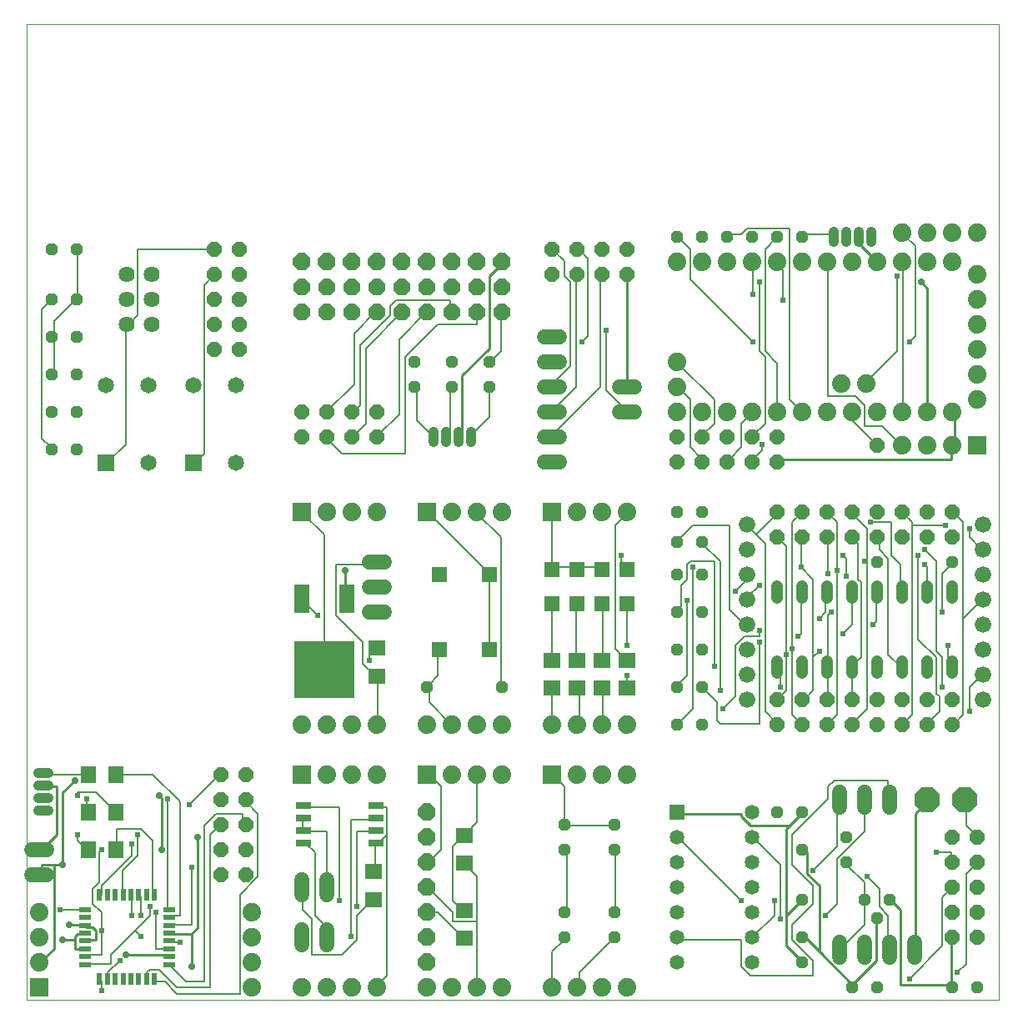
<source format=gtl>
G75*
%MOIN*%
%OFA0B0*%
%FSLAX24Y24*%
%IPPOS*%
%LPD*%
%AMOC8*
5,1,8,0,0,1.08239X$1,22.5*
%
%ADD10C,0.0000*%
%ADD11R,0.0500X0.0220*%
%ADD12R,0.0220X0.0500*%
%ADD13OC8,0.0600*%
%ADD14C,0.0600*%
%ADD15R,0.0650X0.0650*%
%ADD16C,0.0650*%
%ADD17OC8,0.0480*%
%ADD18R,0.0585X0.0585*%
%ADD19C,0.0585*%
%ADD20OC8,0.1000*%
%ADD21C,0.0740*%
%ADD22R,0.0630X0.0250*%
%ADD23C,0.0640*%
%ADD24R,0.0709X0.0630*%
%ADD25OC8,0.0700*%
%ADD26OC8,0.0660*%
%ADD27C,0.0413*%
%ADD28C,0.0660*%
%ADD29C,0.0480*%
%ADD30R,0.0591X0.0591*%
%ADD31R,0.0630X0.0709*%
%ADD32R,0.0630X0.1181*%
%ADD33R,0.2441X0.2283*%
%ADD34R,0.0710X0.0630*%
%ADD35R,0.0740X0.0740*%
%ADD36C,0.0100*%
%ADD37C,0.0280*%
%ADD38C,0.0080*%
%ADD39C,0.0240*%
D10*
X000535Y000450D02*
X000535Y039446D01*
X039405Y039446D01*
X039405Y000450D01*
X000535Y000450D01*
D11*
X002845Y001848D03*
X002845Y002163D03*
X002845Y002478D03*
X002845Y002793D03*
X002845Y003107D03*
X002845Y003422D03*
X002845Y003737D03*
X002845Y004052D03*
X006225Y004052D03*
X006225Y003737D03*
X006225Y003422D03*
X006225Y003107D03*
X006225Y002793D03*
X006225Y002478D03*
X006225Y002163D03*
X006225Y001848D03*
D12*
X005637Y001260D03*
X005322Y001260D03*
X005008Y001260D03*
X004693Y001260D03*
X004378Y001260D03*
X004063Y001260D03*
X003748Y001260D03*
X003433Y001260D03*
X003433Y004640D03*
X003748Y004640D03*
X004063Y004640D03*
X004378Y004640D03*
X004693Y004640D03*
X005008Y004640D03*
X005322Y004640D03*
X005637Y004640D03*
D13*
X008285Y005450D03*
X008285Y006450D03*
X008285Y007450D03*
X008285Y008450D03*
X008285Y009450D03*
X009285Y009450D03*
X009285Y008450D03*
X009285Y007450D03*
X009285Y006450D03*
X009285Y005450D03*
X026535Y021950D03*
X027535Y021950D03*
X027535Y022950D03*
X026535Y022950D03*
X028535Y022950D03*
X029535Y022950D03*
X029535Y021950D03*
X028535Y021950D03*
X030535Y021950D03*
X030535Y022950D03*
X030535Y019950D03*
X031535Y019950D03*
X031535Y018950D03*
X030535Y018950D03*
X032535Y018950D03*
X033535Y018950D03*
X033535Y019950D03*
X032535Y019950D03*
X034535Y019950D03*
X035535Y019950D03*
X035535Y018950D03*
X034535Y018950D03*
X036535Y018950D03*
X037535Y018950D03*
X037535Y019950D03*
X036535Y019950D03*
X034535Y022600D03*
X024535Y029450D03*
X024535Y030450D03*
X023535Y030450D03*
X022535Y030450D03*
X022535Y029450D03*
X023535Y029450D03*
X021535Y029450D03*
X021535Y030450D03*
X014535Y023950D03*
X014535Y022950D03*
X013535Y022950D03*
X012535Y022950D03*
X012535Y023950D03*
X013535Y023950D03*
X011535Y023950D03*
X011535Y022950D03*
X009035Y026450D03*
X008035Y026450D03*
X008035Y027450D03*
X008035Y028450D03*
X009035Y028450D03*
X009035Y027450D03*
X009035Y029450D03*
X008035Y029450D03*
X008035Y030450D03*
X009035Y030450D03*
X030535Y012450D03*
X031535Y012450D03*
X031535Y011450D03*
X030535Y011450D03*
X032535Y011450D03*
X033535Y011450D03*
X033535Y012450D03*
X032535Y012450D03*
X034535Y012450D03*
X035535Y012450D03*
X035535Y011450D03*
X034535Y011450D03*
X036535Y011450D03*
X037535Y011450D03*
X037535Y012450D03*
X036535Y012450D03*
X037535Y006950D03*
X037535Y005950D03*
X037535Y004950D03*
X037535Y003950D03*
X037535Y002950D03*
X038535Y002950D03*
X038535Y003950D03*
X038535Y004950D03*
X038535Y005950D03*
X038535Y006950D03*
D14*
X035035Y008150D02*
X035035Y008750D01*
X034035Y008750D02*
X034035Y008150D01*
X033035Y008150D02*
X033035Y008750D01*
X033035Y002750D02*
X033035Y002150D01*
X034035Y002150D02*
X034035Y002750D01*
X035035Y002750D02*
X035035Y002150D01*
X036035Y002150D02*
X036035Y002750D01*
X021835Y021950D02*
X021235Y021950D01*
X021235Y022950D02*
X021835Y022950D01*
X021835Y023950D02*
X021235Y023950D01*
X021235Y024950D02*
X021835Y024950D01*
X021835Y025950D02*
X021235Y025950D01*
X021235Y026950D02*
X021835Y026950D01*
X024235Y024950D02*
X024835Y024950D01*
X024835Y023950D02*
X024235Y023950D01*
X014835Y017950D02*
X014235Y017950D01*
X014235Y016950D02*
X014835Y016950D01*
X014835Y015950D02*
X014235Y015950D01*
X012535Y005250D02*
X012535Y004650D01*
X011535Y004650D02*
X011535Y005250D01*
X011535Y003250D02*
X011535Y002650D01*
X012535Y002650D02*
X012535Y003250D01*
X001335Y005450D02*
X000735Y005450D01*
X000735Y006450D02*
X001335Y006450D01*
D15*
X003685Y021900D03*
X007185Y021900D03*
D16*
X005385Y021900D03*
X005385Y025000D03*
X003685Y025000D03*
X007185Y025000D03*
X008885Y025000D03*
X008885Y021900D03*
D17*
X002535Y022450D03*
X001535Y022450D03*
X001535Y023950D03*
X002535Y023950D03*
X002535Y025450D03*
X001535Y025450D03*
X001535Y026950D03*
X002535Y026950D03*
X002535Y028450D03*
X001535Y028450D03*
X001535Y030450D03*
X002535Y030450D03*
X016035Y025950D03*
X016035Y024950D03*
X017535Y024950D03*
X017535Y025950D03*
X019035Y025950D03*
X019035Y024950D03*
X026535Y019950D03*
X027535Y019950D03*
X027535Y018750D03*
X026535Y018750D03*
X026535Y017450D03*
X027535Y017450D03*
X027535Y015950D03*
X026535Y015950D03*
X026535Y014450D03*
X027535Y014450D03*
X027535Y012950D03*
X026535Y012950D03*
X026535Y011450D03*
X027535Y011450D03*
X030535Y007950D03*
X031535Y007950D03*
X031535Y006450D03*
X033285Y005950D03*
X033285Y006950D03*
X034035Y004450D03*
X034535Y003700D03*
X035035Y004450D03*
X031535Y004450D03*
X031535Y002950D03*
X031535Y001950D03*
X033535Y000950D03*
X034535Y000950D03*
X037535Y000950D03*
X038535Y000950D03*
X024035Y002950D03*
X024035Y003950D03*
X022035Y003950D03*
X022035Y002950D03*
X022035Y006450D03*
X022035Y007450D03*
X024035Y007450D03*
X024035Y006450D03*
X019535Y012950D03*
X016535Y012950D03*
X034535Y017950D03*
X037535Y017950D03*
X031535Y030950D03*
X030535Y030950D03*
X029535Y030950D03*
X028535Y030950D03*
X027535Y030950D03*
X026535Y030950D03*
D18*
X026535Y007950D03*
D19*
X026535Y006950D03*
X026535Y005950D03*
X026535Y004950D03*
X026535Y003950D03*
X026535Y002950D03*
X026535Y001950D03*
X029535Y001950D03*
X029535Y002950D03*
X029535Y003950D03*
X029535Y004950D03*
X029535Y005950D03*
X029535Y006950D03*
X029535Y007950D03*
D20*
X036535Y008450D03*
X038035Y008450D03*
D21*
X024535Y009450D03*
X023535Y009450D03*
X022535Y009450D03*
X022535Y011450D03*
X023535Y011450D03*
X024535Y011450D03*
X021535Y011450D03*
X019535Y011450D03*
X018535Y011450D03*
X017535Y011450D03*
X016535Y011450D03*
X014535Y011450D03*
X013535Y011450D03*
X012535Y011450D03*
X011535Y011450D03*
X012535Y009450D03*
X013535Y009450D03*
X014535Y009450D03*
X017535Y009450D03*
X018535Y009450D03*
X019535Y009450D03*
X019535Y000950D03*
X018535Y000950D03*
X017535Y000950D03*
X016535Y000950D03*
X014535Y000950D03*
X013535Y000950D03*
X012535Y000950D03*
X011535Y000950D03*
X009535Y000950D03*
X009535Y001950D03*
X009535Y002950D03*
X009535Y003950D03*
X001035Y003950D03*
X001035Y002950D03*
X001035Y001950D03*
X012535Y019950D03*
X013535Y019950D03*
X014535Y019950D03*
X017535Y019950D03*
X018535Y019950D03*
X019535Y019950D03*
X022535Y019950D03*
X023535Y019950D03*
X024535Y019950D03*
X026535Y023950D03*
X027535Y023950D03*
X028535Y023950D03*
X029535Y023950D03*
X030535Y023950D03*
X031535Y023950D03*
X032535Y023950D03*
X033535Y023950D03*
X034535Y023950D03*
X035535Y023950D03*
X036535Y023950D03*
X037535Y023950D03*
X038535Y024450D03*
X038535Y025450D03*
X038535Y026450D03*
X038535Y027450D03*
X038535Y028450D03*
X038535Y029450D03*
X037535Y029950D03*
X036535Y029950D03*
X035535Y029950D03*
X034535Y029950D03*
X033535Y029950D03*
X032535Y029950D03*
X031535Y029950D03*
X030535Y029950D03*
X029535Y029950D03*
X028535Y029950D03*
X027535Y029950D03*
X026535Y029950D03*
X026535Y025950D03*
X026535Y024950D03*
X033098Y025075D03*
X034098Y025075D03*
X035535Y022600D03*
X036535Y022600D03*
X037535Y022600D03*
X037535Y031100D03*
X036535Y031100D03*
X035535Y031100D03*
X038535Y031100D03*
X024535Y000950D03*
X023535Y000950D03*
X022535Y000950D03*
X021535Y000950D03*
D22*
X014485Y006700D03*
X014485Y007200D03*
X014485Y007700D03*
X014485Y008200D03*
X011585Y008200D03*
X011585Y007700D03*
X011585Y007200D03*
X011585Y006700D03*
D23*
X005535Y027450D03*
X004535Y027450D03*
X004535Y028450D03*
X005535Y028450D03*
X005535Y029450D03*
X004535Y029450D03*
D24*
X021535Y014001D03*
X022535Y014001D03*
X023535Y014001D03*
X024535Y014001D03*
X024535Y012899D03*
X023535Y012899D03*
X022535Y012899D03*
X021535Y012899D03*
X018035Y007001D03*
X018035Y005899D03*
X018035Y004001D03*
X018035Y002899D03*
D25*
X016535Y002950D03*
X016535Y003950D03*
X016535Y004950D03*
X016535Y005950D03*
X016535Y006950D03*
X016535Y007950D03*
X016535Y001950D03*
X016535Y000950D03*
X016535Y029950D03*
X017535Y029950D03*
X018535Y029950D03*
X019535Y029950D03*
X015535Y029950D03*
X014535Y029950D03*
X013535Y029950D03*
X012535Y029950D03*
X011535Y029950D03*
D26*
X011535Y028950D03*
X011535Y027950D03*
X012535Y027950D03*
X013535Y027950D03*
X013535Y028950D03*
X012535Y028950D03*
X014535Y028950D03*
X015535Y028950D03*
X015535Y027950D03*
X014535Y027950D03*
X016535Y027950D03*
X017535Y027950D03*
X017535Y028950D03*
X016535Y028950D03*
X018535Y028950D03*
X019535Y028950D03*
X019535Y027950D03*
X018535Y027950D03*
D27*
X018285Y023157D02*
X018285Y022743D01*
X017785Y022743D02*
X017785Y023157D01*
X017285Y023157D02*
X017285Y022743D01*
X016785Y022743D02*
X016785Y023157D01*
X001392Y009500D02*
X000978Y009500D01*
X000978Y009000D02*
X001392Y009000D01*
X001392Y008500D02*
X000978Y008500D01*
X000978Y008000D02*
X001392Y008000D01*
X032785Y030743D02*
X032785Y031157D01*
X033285Y031157D02*
X033285Y030743D01*
X033785Y030743D02*
X033785Y031157D01*
X034285Y031157D02*
X034285Y030743D01*
D28*
X038759Y019450D03*
X038759Y018450D03*
X038759Y017450D03*
X038759Y016450D03*
X038759Y015450D03*
X038759Y014450D03*
X038759Y013450D03*
X038759Y012450D03*
X029311Y012450D03*
X029311Y013450D03*
X029311Y014450D03*
X029311Y015450D03*
X029311Y016450D03*
X029311Y017450D03*
X029311Y018450D03*
X029311Y019450D03*
D29*
X030535Y016990D02*
X030535Y016510D01*
X031535Y016510D02*
X031535Y016990D01*
X032535Y016990D02*
X032535Y016510D01*
X033535Y016510D02*
X033535Y016990D01*
X034535Y016990D02*
X034535Y016510D01*
X035535Y016510D02*
X035535Y016990D01*
X036535Y016990D02*
X036535Y016510D01*
X037535Y016510D02*
X037535Y016990D01*
X037535Y013990D02*
X037535Y013510D01*
X036535Y013510D02*
X036535Y013990D01*
X035535Y013990D02*
X035535Y013510D01*
X034535Y013510D02*
X034535Y013990D01*
X033535Y013990D02*
X033535Y013510D01*
X032535Y013510D02*
X032535Y013990D01*
X031535Y013990D02*
X031535Y013510D01*
X030535Y013510D02*
X030535Y013990D01*
D30*
X024535Y016261D03*
X023535Y016261D03*
X022535Y016261D03*
X021535Y016261D03*
X021535Y017639D03*
X022535Y017639D03*
X023535Y017639D03*
X024535Y017639D03*
X019035Y017450D03*
X017035Y017450D03*
X017035Y014450D03*
X019035Y014450D03*
D31*
X004086Y009450D03*
X002984Y009450D03*
X002984Y007950D03*
X004086Y007950D03*
X004086Y006450D03*
X002984Y006450D03*
D32*
X011535Y016477D03*
X013335Y016477D03*
D33*
X012435Y013650D03*
D34*
X014535Y013390D03*
X014535Y014510D03*
X014385Y005560D03*
X014385Y004440D03*
D35*
X016535Y009450D03*
X021535Y009450D03*
X011535Y009450D03*
X001035Y000950D03*
X011535Y019950D03*
X016535Y019950D03*
X021535Y019950D03*
X038535Y022600D03*
D36*
X037615Y022650D02*
X037535Y022600D01*
X037495Y022530D01*
X037495Y022050D01*
X030535Y022050D01*
X030535Y021950D01*
X036535Y023950D02*
X036535Y028890D01*
X036295Y029130D01*
X034535Y029950D02*
X034495Y029970D01*
X033895Y030570D01*
X033895Y030930D01*
X033785Y030950D01*
X037535Y023950D02*
X037615Y023850D01*
X037615Y022650D01*
X024535Y024950D02*
X024535Y029450D01*
X019535Y029950D02*
X019495Y029850D01*
X019015Y029370D01*
X019015Y026490D01*
X017935Y025410D01*
X017935Y023130D01*
X017815Y023010D01*
X017785Y022950D01*
X013255Y017610D02*
X013255Y016530D01*
X013335Y016477D01*
X005815Y008610D02*
X005935Y008490D01*
X005935Y006450D01*
X007375Y006930D02*
X007375Y003330D01*
X007135Y003090D01*
X007135Y001770D01*
X006225Y002163D02*
X006175Y002250D01*
X004495Y002250D01*
X003295Y002850D02*
X003295Y003210D01*
X003175Y003330D01*
X002935Y003330D01*
X002845Y003422D01*
X002815Y003450D01*
X002215Y003450D01*
X002575Y003090D02*
X002815Y003090D01*
X002845Y003107D01*
X002575Y003090D02*
X002455Y002970D01*
X002455Y002850D01*
X001975Y002850D01*
X001615Y002490D02*
X001615Y005850D01*
X001975Y005850D01*
X001975Y008730D01*
X002455Y009210D01*
X001735Y008970D02*
X001735Y007050D01*
X001135Y006450D01*
X001035Y006450D01*
X001135Y005850D02*
X001135Y005490D01*
X001035Y005450D01*
X001135Y005850D02*
X001615Y005850D01*
X002455Y002850D02*
X002455Y002490D01*
X002815Y002490D01*
X002845Y002478D01*
X002845Y002793D02*
X002935Y002850D01*
X003295Y002850D01*
X001615Y002490D02*
X001135Y002010D01*
X001035Y001950D01*
X001035Y000950D02*
X001135Y000930D01*
X006225Y003107D02*
X006295Y003090D01*
X007135Y003090D01*
X001735Y008970D02*
X001255Y008970D01*
X001185Y009000D01*
X026535Y007950D02*
X026575Y007890D01*
X029095Y007890D01*
X029095Y007770D01*
X029455Y007410D01*
X031015Y007410D01*
X031495Y007890D01*
X031535Y007950D01*
X031015Y007410D02*
X030895Y007290D01*
X030895Y003810D01*
X031535Y004450D01*
X032215Y005010D02*
X031735Y005490D01*
X031735Y006330D01*
X031615Y006450D01*
X031535Y006450D01*
X032215Y005010D02*
X032215Y002370D01*
X033535Y001050D01*
X033535Y000950D01*
X033535Y001050D02*
X034495Y002010D01*
X034495Y003690D01*
X034535Y003700D01*
X035035Y004450D02*
X035095Y004410D01*
X035455Y004050D01*
X035455Y001050D01*
X037495Y001050D01*
X037535Y000950D01*
X037495Y001050D02*
X037495Y002850D01*
X037535Y002950D01*
X036055Y002490D02*
X036035Y002450D01*
X036055Y002490D02*
X036055Y007890D01*
X036535Y008370D01*
X036535Y008450D01*
X030895Y003810D02*
X030895Y002610D01*
X031495Y002010D01*
X031535Y001950D01*
X032215Y002370D02*
X031615Y002970D01*
X031535Y002950D01*
D37*
X013255Y017610D03*
X005815Y008610D03*
X007375Y006930D03*
X005935Y006450D03*
X002455Y009210D03*
X001975Y005850D03*
X002215Y003450D03*
X001975Y002850D03*
X004495Y002250D03*
X007135Y001770D03*
X036295Y029130D03*
D38*
X035335Y029370D02*
X035335Y026370D01*
X034135Y025170D01*
X034098Y025075D01*
X033655Y024570D02*
X032575Y024570D01*
X032575Y029850D01*
X032535Y029950D01*
X032785Y030950D02*
X032695Y031050D01*
X031615Y031050D01*
X031535Y030950D01*
X031015Y031290D02*
X031015Y024450D01*
X031495Y023970D01*
X031535Y023950D01*
X030535Y023950D02*
X030535Y025890D01*
X030055Y026370D01*
X030055Y030450D01*
X030535Y030930D01*
X030535Y030950D01*
X031015Y031290D02*
X029335Y031290D01*
X029095Y031050D01*
X028615Y031050D01*
X028535Y030950D01*
X029535Y029950D02*
X029575Y029850D01*
X029575Y028650D01*
X029815Y029130D02*
X029815Y026370D01*
X030055Y026130D01*
X030055Y023490D01*
X029575Y023010D01*
X029535Y022950D01*
X029935Y022650D02*
X029935Y022410D01*
X029575Y022050D01*
X029535Y021950D01*
X029095Y022530D02*
X029095Y023490D01*
X029455Y023850D01*
X029535Y023950D01*
X028015Y023490D02*
X028015Y024450D01*
X026575Y025890D01*
X026535Y025950D01*
X026535Y024950D02*
X026575Y024930D01*
X027055Y024450D01*
X027055Y022530D01*
X027535Y022050D01*
X027535Y021950D01*
X027535Y022950D02*
X027535Y023010D01*
X028015Y023490D01*
X029095Y022530D02*
X028615Y022050D01*
X028535Y021950D01*
X030535Y019950D02*
X030535Y019890D01*
X029695Y019050D01*
X030055Y018690D01*
X030055Y011970D01*
X030535Y011490D01*
X030535Y011450D01*
X031135Y011850D02*
X031135Y014490D01*
X031135Y019530D01*
X031495Y019890D01*
X031535Y019950D01*
X031535Y018950D02*
X031495Y018930D01*
X031495Y017730D01*
X031975Y017250D01*
X031975Y014130D01*
X031975Y012810D01*
X031615Y012450D01*
X031535Y012450D01*
X030895Y012810D02*
X030535Y012450D01*
X030655Y012930D02*
X030655Y013530D01*
X030535Y013650D01*
X030535Y013750D01*
X030895Y014250D02*
X030895Y012810D01*
X031135Y011850D02*
X031535Y011450D01*
X032535Y011450D02*
X032935Y011850D01*
X032935Y017610D01*
X032935Y019530D01*
X032575Y019890D01*
X032535Y019950D01*
X033535Y019950D02*
X033535Y019890D01*
X034135Y019290D01*
X034135Y017970D01*
X034015Y017970D01*
X034135Y017970D02*
X034135Y012090D01*
X033535Y011490D01*
X033535Y011450D01*
X033535Y012450D02*
X033535Y013750D01*
X033535Y013770D01*
X033895Y014130D01*
X033895Y017130D01*
X033775Y017250D01*
X033775Y018690D01*
X033535Y018930D01*
X033535Y018950D01*
X033175Y018210D02*
X033295Y018090D01*
X033295Y017370D01*
X033535Y016750D02*
X033535Y015450D01*
X033175Y015090D01*
X032575Y015810D02*
X032575Y013770D01*
X032535Y013750D01*
X032575Y013650D01*
X032575Y012450D01*
X032535Y012450D01*
X031975Y014130D02*
X032215Y014370D01*
X031495Y015090D02*
X031495Y016650D01*
X031535Y016750D01*
X032455Y016650D02*
X032455Y015930D01*
X032215Y015690D01*
X032575Y015810D02*
X032695Y015930D01*
X032455Y016650D02*
X032535Y016750D01*
X032575Y017490D02*
X032575Y018930D01*
X032535Y018950D01*
X030895Y018570D02*
X030895Y014250D01*
X031375Y014970D02*
X031495Y015090D01*
X029815Y015210D02*
X029815Y014970D01*
X029215Y014970D01*
X028855Y014610D01*
X028855Y012570D01*
X028375Y012090D01*
X028135Y012330D02*
X028135Y011610D01*
X028255Y011490D01*
X029815Y011490D01*
X029815Y014730D01*
X029311Y015450D02*
X029215Y015450D01*
X028615Y016050D01*
X028615Y019410D01*
X027175Y019410D01*
X026575Y018810D01*
X026535Y018750D01*
X027055Y017970D02*
X028015Y017970D01*
X028015Y013770D01*
X027535Y012950D02*
X027535Y012930D01*
X028135Y012330D01*
X028255Y012810D02*
X028255Y017970D01*
X027535Y018690D01*
X027535Y018750D01*
X027055Y017970D02*
X026935Y017850D01*
X026935Y017250D01*
X026695Y017010D01*
X026695Y016170D01*
X026575Y016050D01*
X026535Y015950D01*
X026935Y016410D02*
X026935Y013410D01*
X026575Y013050D01*
X026535Y012950D01*
X027175Y012090D02*
X027175Y017730D01*
X028855Y016770D02*
X029215Y017130D01*
X029215Y017370D01*
X029311Y017450D01*
X029815Y017010D02*
X029335Y016530D01*
X029311Y016450D01*
X030895Y018570D02*
X030535Y018930D01*
X030535Y018950D01*
X029695Y019050D02*
X029335Y019410D01*
X029311Y019450D01*
X033535Y023610D02*
X033535Y023950D01*
X033535Y023610D02*
X034495Y022650D01*
X034535Y022600D01*
X034735Y023370D02*
X034015Y023370D01*
X034015Y024210D01*
X033655Y024570D01*
X034735Y023370D02*
X035455Y022650D01*
X035535Y022600D01*
X035535Y023950D02*
X035575Y023970D01*
X035575Y029850D01*
X035535Y029950D01*
X036055Y030570D02*
X035575Y031050D01*
X035535Y031100D01*
X036055Y030570D02*
X036055Y026970D01*
X035815Y026730D01*
X030775Y028410D02*
X030775Y029610D01*
X030535Y029850D01*
X030535Y029950D01*
X029575Y026730D02*
X027055Y029250D01*
X027055Y030450D01*
X026575Y030930D01*
X026535Y030950D01*
X023535Y029450D02*
X023455Y029370D01*
X023455Y024930D01*
X021535Y023010D01*
X021535Y022950D01*
X021535Y023950D02*
X021535Y023970D01*
X022495Y024930D01*
X022495Y029370D01*
X022535Y029450D01*
X022255Y029130D02*
X022015Y029370D01*
X022015Y029970D01*
X021535Y030450D01*
X022535Y030450D02*
X022615Y030450D01*
X022975Y030090D01*
X022975Y026970D01*
X022735Y026730D01*
X022255Y025770D02*
X022255Y029130D01*
X023695Y027210D02*
X023695Y024810D01*
X024535Y023970D01*
X024535Y023950D01*
X022255Y025770D02*
X021535Y025050D01*
X021535Y024950D01*
X019495Y026370D02*
X019495Y027930D01*
X019535Y027950D01*
X018535Y027950D02*
X018535Y027450D01*
X016975Y027450D01*
X015655Y026130D01*
X015655Y022290D01*
X013135Y022290D01*
X012535Y022890D01*
X012535Y022950D01*
X012535Y023950D02*
X012535Y023970D01*
X013615Y025050D01*
X013615Y027090D01*
X014455Y027930D01*
X014535Y027950D01*
X015055Y027810D02*
X015055Y028170D01*
X015295Y028410D01*
X017455Y028410D01*
X017455Y028050D01*
X017535Y027950D01*
X016535Y027950D02*
X016495Y027930D01*
X015415Y026850D01*
X015415Y023850D01*
X014575Y023010D01*
X014535Y022950D01*
X014095Y023490D02*
X014095Y026490D01*
X015535Y027930D01*
X015535Y027950D01*
X015055Y027810D02*
X013855Y026610D01*
X013855Y024210D01*
X013615Y023970D01*
X013535Y023950D01*
X014095Y023490D02*
X013615Y023010D01*
X013535Y022950D01*
X016135Y023610D02*
X016135Y024930D01*
X016035Y024950D01*
X017455Y024930D02*
X017535Y024950D01*
X017455Y024930D02*
X017455Y023130D01*
X017335Y023010D01*
X017285Y022950D01*
X016785Y022950D02*
X016735Y023010D01*
X016135Y023610D01*
X018295Y023010D02*
X018285Y022950D01*
X018295Y023010D02*
X019015Y023730D01*
X019015Y024930D01*
X019035Y024950D01*
X019035Y025950D02*
X019135Y026010D01*
X019495Y026370D01*
X018535Y019950D02*
X018535Y019890D01*
X019495Y018930D01*
X019495Y013050D01*
X019535Y012950D01*
X019035Y014450D02*
X019015Y014490D01*
X019015Y017370D01*
X019035Y017450D01*
X019015Y017490D01*
X016615Y019890D01*
X016535Y019950D01*
X014535Y017950D02*
X014455Y017850D01*
X012895Y017850D01*
X012895Y015810D01*
X013975Y014730D01*
X013975Y013890D01*
X014455Y013410D01*
X014535Y013390D01*
X014575Y013290D01*
X014575Y011490D01*
X014535Y011450D01*
X016615Y012330D02*
X016615Y012930D01*
X016535Y012950D01*
X016615Y013050D01*
X016975Y013410D01*
X016975Y014370D01*
X017035Y014450D01*
X016615Y012330D02*
X017455Y011490D01*
X017535Y011450D01*
X016615Y009450D02*
X016535Y009450D01*
X016615Y009450D02*
X017095Y008970D01*
X017095Y006450D01*
X016615Y005970D01*
X016535Y005950D01*
X017575Y006570D02*
X017935Y006930D01*
X018035Y007001D01*
X018055Y007050D01*
X018535Y007530D01*
X018535Y009450D01*
X021535Y009450D02*
X022015Y008970D01*
X022015Y007530D01*
X022035Y007450D01*
X022135Y007410D01*
X023935Y007410D01*
X024035Y007450D01*
X024055Y006450D02*
X024035Y006450D01*
X024055Y006450D02*
X024055Y004050D01*
X024035Y003950D01*
X024035Y002950D02*
X022615Y001530D01*
X022615Y001050D01*
X022535Y000950D01*
X021535Y000950D02*
X021535Y002370D01*
X022015Y002850D01*
X022035Y002950D01*
X022035Y003950D02*
X022135Y004050D01*
X022135Y006450D01*
X022035Y006450D01*
X018535Y005370D02*
X018535Y003570D01*
X017575Y003570D01*
X017575Y003930D01*
X016615Y004890D01*
X016535Y004950D01*
X017575Y004410D02*
X017575Y006570D01*
X018035Y005899D02*
X018055Y005850D01*
X018535Y005370D01*
X017575Y004410D02*
X017935Y004050D01*
X018035Y004001D01*
X018535Y003570D02*
X018535Y000950D01*
X018035Y002899D02*
X017935Y002970D01*
X016975Y003930D01*
X016615Y003930D01*
X016535Y003950D01*
X014455Y005610D02*
X014385Y005560D01*
X014455Y005610D02*
X014455Y006690D01*
X014485Y006700D01*
X014575Y006690D01*
X014935Y007050D01*
X014935Y001410D01*
X014575Y001050D01*
X014535Y000950D01*
X013135Y002250D02*
X011935Y002250D01*
X011935Y003690D01*
X011575Y004050D01*
X011575Y004890D01*
X011535Y004950D01*
X012535Y004950D02*
X012535Y007170D01*
X011695Y007170D01*
X011585Y007200D01*
X011575Y007290D01*
X011575Y007650D01*
X011585Y007700D01*
X011695Y008130D02*
X011585Y008200D01*
X011695Y008130D02*
X013015Y008130D01*
X013015Y004410D01*
X013735Y004170D02*
X013735Y007170D01*
X014455Y007170D01*
X014485Y007200D01*
X014455Y007650D02*
X014485Y007700D01*
X014455Y007650D02*
X013495Y007650D01*
X013495Y002970D01*
X013735Y002850D02*
X013135Y002250D01*
X013735Y002850D02*
X013735Y003810D01*
X014335Y004410D01*
X014385Y004440D01*
X012535Y003330D02*
X012535Y002950D01*
X012535Y003330D02*
X012055Y003810D01*
X012055Y006330D01*
X011695Y006690D01*
X011585Y006700D01*
X009775Y007890D02*
X009775Y005370D01*
X009055Y004650D01*
X009055Y000690D01*
X006535Y000690D01*
X006055Y001170D01*
X005695Y001170D01*
X005637Y001260D01*
X005335Y001290D02*
X005322Y001260D01*
X005335Y001290D02*
X005335Y001530D01*
X005455Y001650D01*
X005815Y001650D01*
X006535Y000930D01*
X007855Y000930D01*
X007855Y007050D01*
X008215Y007410D01*
X008285Y007450D01*
X008095Y007890D02*
X009175Y007890D01*
X009175Y007530D01*
X009285Y007450D01*
X009775Y007890D02*
X009295Y008370D01*
X009285Y008450D01*
X008095Y007890D02*
X007615Y007410D01*
X007615Y001170D01*
X006895Y001170D01*
X006295Y001770D01*
X006225Y001848D01*
X006225Y002478D02*
X006175Y002490D01*
X005695Y002490D01*
X005695Y003930D01*
X005455Y003810D02*
X005455Y004170D01*
X005455Y003810D02*
X004855Y003210D01*
X005095Y002970D01*
X004855Y003210D02*
X003895Y002250D01*
X003895Y001890D01*
X002935Y001890D01*
X002845Y001848D01*
X002845Y002163D02*
X002935Y002250D01*
X003535Y002250D01*
X003535Y003210D01*
X003535Y003930D01*
X003175Y004290D01*
X003175Y004890D01*
X003415Y005130D01*
X003415Y006330D01*
X003535Y006450D01*
X002984Y006450D02*
X002935Y006450D01*
X002575Y006810D01*
X002575Y007050D01*
X002984Y007950D02*
X002935Y008010D01*
X002935Y008490D01*
X002575Y008610D02*
X002575Y008730D01*
X003295Y008730D01*
X004015Y008010D01*
X004086Y007950D01*
X004135Y007290D02*
X004135Y006450D01*
X004086Y006450D01*
X004735Y006690D02*
X004735Y006210D01*
X003535Y005010D01*
X003535Y004650D01*
X003433Y004640D01*
X002845Y004052D02*
X002815Y004050D01*
X001855Y004050D01*
X004375Y004650D02*
X004378Y004640D01*
X004375Y004650D02*
X004375Y005610D01*
X004975Y006210D01*
X004975Y007050D01*
X005095Y007290D02*
X004135Y007290D01*
X005095Y007290D02*
X005575Y006810D01*
X005575Y004650D01*
X005637Y004640D01*
X006175Y004050D02*
X006225Y004052D01*
X006175Y004050D02*
X006175Y008490D01*
X006655Y008370D02*
X005575Y009450D01*
X004086Y009450D01*
X002984Y009450D02*
X001255Y009450D01*
X001185Y009500D01*
X004693Y004640D02*
X004735Y004530D01*
X004735Y003810D01*
X005095Y003810D02*
X005095Y004530D01*
X005008Y004640D01*
X006225Y003737D02*
X006295Y003810D01*
X006655Y003810D01*
X006655Y008370D01*
X007015Y008250D02*
X008215Y009450D01*
X008285Y009450D01*
X007135Y005730D02*
X007135Y003450D01*
X006295Y003450D01*
X006225Y003422D01*
X006225Y002793D02*
X006295Y002730D01*
X006655Y002730D01*
X004255Y002010D02*
X003775Y001530D01*
X003775Y001290D01*
X003748Y001260D01*
X003535Y001170D02*
X003433Y001260D01*
X003535Y001170D02*
X003535Y000810D01*
X014485Y008200D02*
X014575Y008130D01*
X014935Y008130D01*
X014935Y007050D01*
X021535Y011450D02*
X021535Y012899D01*
X022535Y012899D02*
X022615Y012810D01*
X022615Y011490D01*
X022535Y011450D01*
X023535Y011450D02*
X023575Y011490D01*
X023575Y012810D01*
X023535Y012899D01*
X024535Y012899D02*
X024535Y013410D01*
X024535Y014001D02*
X024535Y014010D01*
X024055Y014490D01*
X024055Y019410D01*
X024535Y019890D01*
X024535Y019950D01*
X024295Y018210D02*
X024295Y017970D01*
X024535Y017730D01*
X024535Y017639D01*
X023535Y017639D02*
X023455Y017730D01*
X022615Y017730D01*
X022535Y017639D01*
X022495Y017730D01*
X021535Y017730D01*
X021535Y017639D01*
X021535Y017730D02*
X021535Y019950D01*
X021535Y016261D02*
X021535Y014001D01*
X022495Y014010D02*
X022535Y014001D01*
X022495Y014010D02*
X022495Y016170D01*
X022535Y016261D01*
X023535Y016261D02*
X023575Y016170D01*
X023575Y014010D01*
X023535Y014001D01*
X024535Y014610D02*
X024535Y016261D01*
X027175Y012090D02*
X026535Y011450D01*
X026535Y006950D02*
X026575Y006930D01*
X029095Y004410D01*
X030415Y004410D02*
X030415Y003810D01*
X029575Y002970D01*
X029535Y002950D01*
X029095Y002850D02*
X029095Y001770D01*
X029455Y001410D01*
X031975Y001410D01*
X031975Y002010D01*
X031135Y002850D01*
X031135Y003450D01*
X031975Y004290D01*
X031975Y005010D01*
X031135Y005850D01*
X031135Y007050D01*
X032575Y008490D01*
X032575Y008970D01*
X032815Y009210D01*
X034975Y009210D01*
X034975Y008490D01*
X035035Y008450D01*
X034035Y008450D02*
X034015Y008370D01*
X034015Y007170D01*
X032935Y006090D01*
X032935Y004290D01*
X032455Y003810D01*
X033055Y002490D02*
X033035Y002450D01*
X033055Y002490D02*
X034015Y003450D01*
X034015Y004410D01*
X034035Y004450D01*
X034015Y004530D01*
X034015Y005130D01*
X033295Y005850D01*
X033285Y005950D01*
X032935Y006570D02*
X032935Y008370D01*
X033035Y008450D01*
X032935Y006570D02*
X031975Y005610D01*
X030655Y005850D02*
X030655Y003690D01*
X029095Y002850D02*
X026575Y002850D01*
X026535Y002950D01*
X029535Y006950D02*
X029575Y006930D01*
X030655Y005850D01*
X034135Y005370D02*
X034615Y004890D01*
X034615Y004170D01*
X034975Y003810D01*
X034975Y002490D01*
X035035Y002450D01*
X035815Y001290D02*
X037135Y002610D01*
X037135Y004530D01*
X037495Y004890D01*
X037535Y004950D01*
X038095Y005490D02*
X038455Y005850D01*
X038535Y005950D01*
X038095Y005490D02*
X038095Y001890D01*
X037735Y001530D01*
X037535Y005950D02*
X037495Y005970D01*
X037495Y006330D01*
X036895Y006330D01*
X038095Y007410D02*
X038095Y008370D01*
X038035Y008450D01*
X038095Y007410D02*
X038455Y007050D01*
X038535Y006950D01*
X037535Y011450D02*
X037615Y011490D01*
X037975Y011850D01*
X037975Y015690D01*
X037975Y019530D01*
X037615Y019890D01*
X037535Y019950D01*
X037255Y019410D02*
X035935Y019410D01*
X035935Y011850D01*
X035535Y011450D01*
X036535Y011490D02*
X036535Y011450D01*
X036535Y011490D02*
X037015Y011970D01*
X037015Y012570D01*
X036895Y012690D01*
X036895Y014130D01*
X036175Y014850D01*
X036175Y018210D01*
X036415Y018450D02*
X036895Y017970D01*
X036895Y014370D01*
X037135Y014130D01*
X037135Y012930D01*
X037535Y013750D02*
X037495Y013770D01*
X037375Y013890D01*
X037375Y014610D01*
X037975Y015690D02*
X038695Y016410D01*
X038759Y016450D01*
X037135Y015930D02*
X037135Y017490D01*
X037495Y017850D01*
X037535Y017950D01*
X036535Y017730D02*
X036535Y016750D01*
X036535Y017730D02*
X036415Y017850D01*
X035455Y017850D02*
X035455Y016770D01*
X035535Y016750D01*
X034535Y016750D02*
X034495Y016650D01*
X034495Y015570D01*
X034375Y015450D01*
X034975Y014250D02*
X034975Y018090D01*
X034615Y018450D01*
X034615Y018930D01*
X034535Y018950D01*
X035095Y019530D02*
X035095Y018210D01*
X035455Y017850D01*
X035935Y019410D02*
X035935Y019530D01*
X035575Y019890D01*
X035535Y019950D01*
X035095Y019530D02*
X034255Y019530D01*
X038215Y019290D02*
X038215Y018930D01*
X038695Y018450D01*
X038759Y018450D01*
X034975Y014250D02*
X035455Y013770D01*
X035535Y013750D01*
X038215Y012930D02*
X038215Y011970D01*
X038215Y012930D02*
X038695Y013410D01*
X038759Y013450D01*
X014535Y014510D02*
X014455Y014490D01*
X014215Y014250D01*
X014215Y014010D01*
X012435Y013650D02*
X012415Y013650D01*
X012415Y019050D01*
X011575Y019890D01*
X011535Y019950D01*
X011535Y016477D02*
X011575Y016410D01*
X012175Y015810D01*
X007255Y021930D02*
X007185Y021900D01*
X007255Y021930D02*
X007615Y022290D01*
X007615Y029010D01*
X007975Y029370D01*
X008035Y029450D01*
X008035Y030450D02*
X004975Y030450D01*
X004975Y027810D01*
X004615Y027450D01*
X004535Y027450D01*
X004495Y027450D01*
X004495Y022650D01*
X003775Y021930D01*
X003685Y021900D01*
X001535Y022450D02*
X001495Y022530D01*
X001135Y022890D01*
X001135Y028050D01*
X001535Y028450D01*
X001615Y027570D02*
X001615Y026970D01*
X001535Y026950D01*
X001615Y026850D01*
X001615Y025530D01*
X001535Y025450D01*
X001615Y027570D02*
X002455Y028410D01*
X002535Y028450D01*
X002575Y028530D01*
X002575Y030450D01*
X002535Y030450D01*
D39*
X012175Y015810D03*
X014215Y014010D03*
X007015Y008250D03*
X006175Y008490D03*
X004975Y007050D03*
X004735Y006690D03*
X003535Y006450D03*
X002575Y007050D03*
X002935Y008490D03*
X002575Y008610D03*
X001855Y004050D03*
X003535Y003210D03*
X004735Y003810D03*
X005095Y003810D03*
X005455Y004170D03*
X005695Y003930D03*
X005095Y002970D03*
X004255Y002010D03*
X003535Y000810D03*
X006655Y002730D03*
X007135Y005730D03*
X013015Y004410D03*
X013735Y004170D03*
X013495Y002970D03*
X024535Y013410D03*
X024535Y014610D03*
X026935Y016410D03*
X027175Y017730D03*
X028855Y016770D03*
X029815Y017010D03*
X031495Y017730D03*
X032575Y017490D03*
X032935Y017610D03*
X033295Y017370D03*
X034015Y017970D03*
X033175Y018210D03*
X034255Y019530D03*
X036175Y018210D03*
X036415Y018450D03*
X036415Y017850D03*
X037255Y019410D03*
X038215Y019290D03*
X037135Y015930D03*
X037375Y014610D03*
X037135Y012930D03*
X038215Y011970D03*
X034375Y015450D03*
X033175Y015090D03*
X032695Y015930D03*
X032215Y015690D03*
X031375Y014970D03*
X031135Y014490D03*
X030895Y014250D03*
X029815Y014730D03*
X029815Y015210D03*
X028015Y013770D03*
X028255Y012810D03*
X028375Y012090D03*
X030655Y012930D03*
X032215Y014370D03*
X024295Y018210D03*
X029935Y022650D03*
X029575Y026730D03*
X030775Y028410D03*
X029815Y029130D03*
X029575Y028650D03*
X023695Y027210D03*
X022735Y026730D03*
X035335Y029370D03*
X035815Y026730D03*
X036895Y006330D03*
X034135Y005370D03*
X032455Y003810D03*
X030655Y003690D03*
X030415Y004410D03*
X031975Y005610D03*
X029095Y004410D03*
X035815Y001290D03*
X037735Y001530D03*
M02*

</source>
